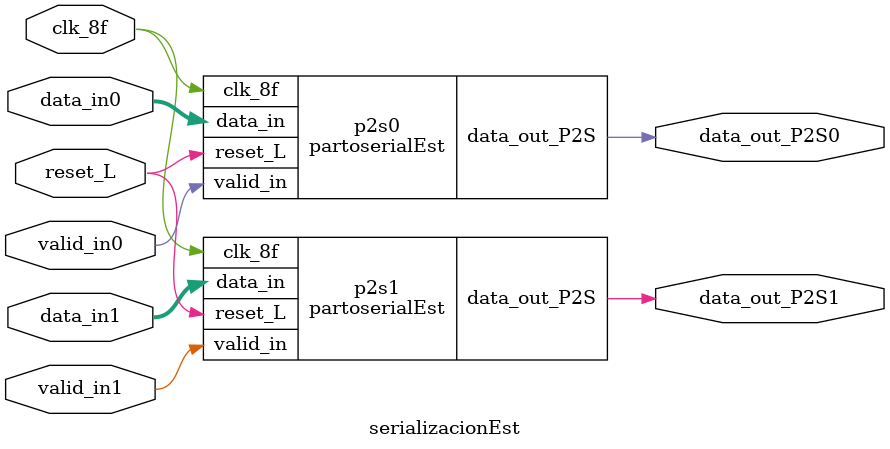
<source format=v>
/* Generated by Yosys 0.7 (git sha1 61f6811, gcc 6.2.0-11ubuntu1 -O2 -fdebug-prefix-map=/build/yosys-OIL3SR/yosys-0.7=. -fstack-protector-strong -fPIC -Os) */

(* src = "paraser.v:1" *)
module partoserialEst(data_in, valid_in, reset_L, clk_8f, data_out_P2S);
  (* src = "paraser.v:24" *)
  wire [3:0] _000_;
  (* src = "paraser.v:24" *)
  wire _001_;
  wire _002_;
  wire _003_;
  wire _004_;
  wire _005_;
  wire _006_;
  wire _007_;
  wire _008_;
  wire _009_;
  wire _010_;
  wire _011_;
  wire _012_;
  wire _013_;
  wire _014_;
  wire _015_;
  wire _016_;
  wire _017_;
  wire _018_;
  wire _019_;
  wire _020_;
  wire _021_;
  wire _022_;
  wire _023_;
  wire _024_;
  wire _025_;
  wire _026_;
  wire _027_;
  wire _028_;
  wire _029_;
  wire _030_;
  wire _031_;
  wire _032_;
  wire _033_;
  wire _034_;
  wire _035_;
  wire _036_;
  wire _037_;
  wire _038_;
  wire _039_;
  wire _040_;
  wire _041_;
  wire _042_;
  wire _043_;
  wire _044_;
  wire _045_;
  wire _046_;
  wire _047_;
  wire _048_;
  wire _049_;
  (* src = "paraser.v:6" *)
  input clk_8f;
  (* src = "paraser.v:12" *)
  wire [3:0] contador;
  (* src = "paraser.v:3" *)
  input [7:0] data_in;
  (* src = "paraser.v:8" *)
  output data_out_P2S;
  (* src = "paraser.v:5" *)
  input reset_L;
  (* src = "paraser.v:4" *)
  input valid_in;
  NOT _050_ (
    .A(reset_L),
    .Y(_002_)
  );
  NOR _051_ (
    .A(contador[0]),
    .B(_002_),
    .Y(_000_[0])
  );
  NOT _052_ (
    .A(contador[0]),
    .Y(_003_)
  );
  NOT _053_ (
    .A(contador[1]),
    .Y(_004_)
  );
  NOR _054_ (
    .A(_004_),
    .B(_003_),
    .Y(_005_)
  );
  NAND _055_ (
    .A(_004_),
    .B(_003_),
    .Y(_006_)
  );
  NAND _056_ (
    .A(_006_),
    .B(reset_L),
    .Y(_007_)
  );
  NOR _057_ (
    .A(_007_),
    .B(_005_),
    .Y(_000_[1])
  );
  NOR _058_ (
    .A(_005_),
    .B(contador[2]),
    .Y(_008_)
  );
  NAND _059_ (
    .A(_005_),
    .B(contador[2]),
    .Y(_009_)
  );
  NAND _060_ (
    .A(_009_),
    .B(reset_L),
    .Y(_010_)
  );
  NOR _061_ (
    .A(_010_),
    .B(_008_),
    .Y(_000_[2])
  );
  NOT _062_ (
    .A(contador[3]),
    .Y(_011_)
  );
  NOR _063_ (
    .A(_010_),
    .B(_011_),
    .Y(_000_[3])
  );
  NAND _064_ (
    .A(contador[2]),
    .B(_011_),
    .Y(_012_)
  );
  NAND _065_ (
    .A(valid_in),
    .B(reset_L),
    .Y(_013_)
  );
  NOR _066_ (
    .A(_013_),
    .B(data_in[2]),
    .Y(_014_)
  );
  NOR _067_ (
    .A(_014_),
    .B(_012_),
    .Y(_015_)
  );
  NOR _068_ (
    .A(contador[2]),
    .B(contador[3]),
    .Y(_016_)
  );
  NOT _069_ (
    .A(data_in[6]),
    .Y(_017_)
  );
  NOR _070_ (
    .A(_013_),
    .B(_017_),
    .Y(_018_)
  );
  NAND _071_ (
    .A(_018_),
    .B(_016_),
    .Y(_019_)
  );
  NAND _072_ (
    .A(_019_),
    .B(contador[0]),
    .Y(_020_)
  );
  NOR _073_ (
    .A(_020_),
    .B(_015_),
    .Y(_021_)
  );
  NOT _074_ (
    .A(valid_in),
    .Y(_022_)
  );
  NOR _075_ (
    .A(_022_),
    .B(_002_),
    .Y(_023_)
  );
  NOT _076_ (
    .A(contador[2]),
    .Y(_024_)
  );
  NAND _077_ (
    .A(_024_),
    .B(data_in[7]),
    .Y(_025_)
  );
  NAND _078_ (
    .A(_025_),
    .B(_023_),
    .Y(_026_)
  );
  NAND _079_ (
    .A(_026_),
    .B(_011_),
    .Y(_027_)
  );
  NOT _080_ (
    .A(data_in[3]),
    .Y(_028_)
  );
  NOR _081_ (
    .A(_012_),
    .B(_028_),
    .Y(_029_)
  );
  NOR _082_ (
    .A(_029_),
    .B(contador[0]),
    .Y(_030_)
  );
  NAND _083_ (
    .A(_030_),
    .B(_027_),
    .Y(_031_)
  );
  NAND _084_ (
    .A(_031_),
    .B(_004_),
    .Y(_032_)
  );
  NOR _085_ (
    .A(_032_),
    .B(_021_),
    .Y(_033_)
  );
  NOT _086_ (
    .A(data_in[5]),
    .Y(_034_)
  );
  NAND _087_ (
    .A(_023_),
    .B(_034_),
    .Y(_035_)
  );
  NAND _088_ (
    .A(_035_),
    .B(_016_),
    .Y(_036_)
  );
  NOR _089_ (
    .A(_012_),
    .B(_013_),
    .Y(_037_)
  );
  NAND _090_ (
    .A(_037_),
    .B(data_in[1]),
    .Y(_038_)
  );
  NAND _091_ (
    .A(_038_),
    .B(_036_),
    .Y(_039_)
  );
  NOR _092_ (
    .A(_004_),
    .B(contador[0]),
    .Y(_040_)
  );
  NAND _093_ (
    .A(_040_),
    .B(_039_),
    .Y(_041_)
  );
  NOT _094_ (
    .A(data_in[4]),
    .Y(_042_)
  );
  NAND _095_ (
    .A(_023_),
    .B(_042_),
    .Y(_043_)
  );
  NAND _096_ (
    .A(_043_),
    .B(_016_),
    .Y(_044_)
  );
  NAND _097_ (
    .A(_037_),
    .B(data_in[0]),
    .Y(_045_)
  );
  NAND _098_ (
    .A(_045_),
    .B(_044_),
    .Y(_046_)
  );
  NAND _099_ (
    .A(_046_),
    .B(_005_),
    .Y(_047_)
  );
  NAND _100_ (
    .A(_047_),
    .B(_041_),
    .Y(_048_)
  );
  NOR _101_ (
    .A(_048_),
    .B(_033_),
    .Y(_049_)
  );
  NOR _102_ (
    .A(_049_),
    .B(_002_),
    .Y(_001_)
  );
  DFF _103_ (
    .C(clk_8f),
    .D(_001_),
    .Q(data_out_P2S)
  );
  DFF _104_ (
    .C(clk_8f),
    .D(_000_[0]),
    .Q(contador[0])
  );
  DFF _105_ (
    .C(clk_8f),
    .D(_000_[1]),
    .Q(contador[1])
  );
  DFF _106_ (
    .C(clk_8f),
    .D(_000_[2]),
    .Q(contador[2])
  );
  DFF _107_ (
    .C(clk_8f),
    .D(_000_[3]),
    .Q(contador[3])
  );
endmodule

(* top =  1  *)
(* src = "serializacionEst.v:2" *)
module serializacionEst(data_in0, data_in1, valid_in0, valid_in1, reset_L, clk_8f, data_out_P2S0, data_out_P2S1);
  (* src = "serializacionEst.v:9" *)
  input clk_8f;
  (* src = "serializacionEst.v:4" *)
  input [7:0] data_in0;
  (* src = "serializacionEst.v:5" *)
  input [7:0] data_in1;
  (* src = "serializacionEst.v:11" *)
  output data_out_P2S0;
  (* src = "serializacionEst.v:12" *)
  output data_out_P2S1;
  (* src = "serializacionEst.v:8" *)
  input reset_L;
  (* src = "serializacionEst.v:6" *)
  input valid_in0;
  (* src = "serializacionEst.v:7" *)
  input valid_in1;
  (* src = "serializacionEst.v:14" *)
  partoserialEst p2s0 (
    .clk_8f(clk_8f),
    .data_in(data_in0),
    .data_out_P2S(data_out_P2S0),
    .reset_L(reset_L),
    .valid_in(valid_in0)
  );
  (* src = "serializacionEst.v:15" *)
  partoserialEst p2s1 (
    .clk_8f(clk_8f),
    .data_in(data_in1),
    .data_out_P2S(data_out_P2S1),
    .reset_L(reset_L),
    .valid_in(valid_in1)
  );
endmodule

</source>
